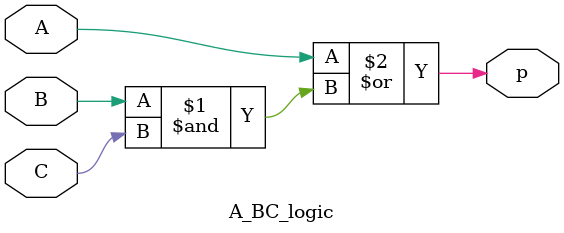
<source format=v>
module A_BC_logic(p, A, B, C);
input A,B,C;
output p;
assign p = A | (B&C);
endmodule 

</source>
